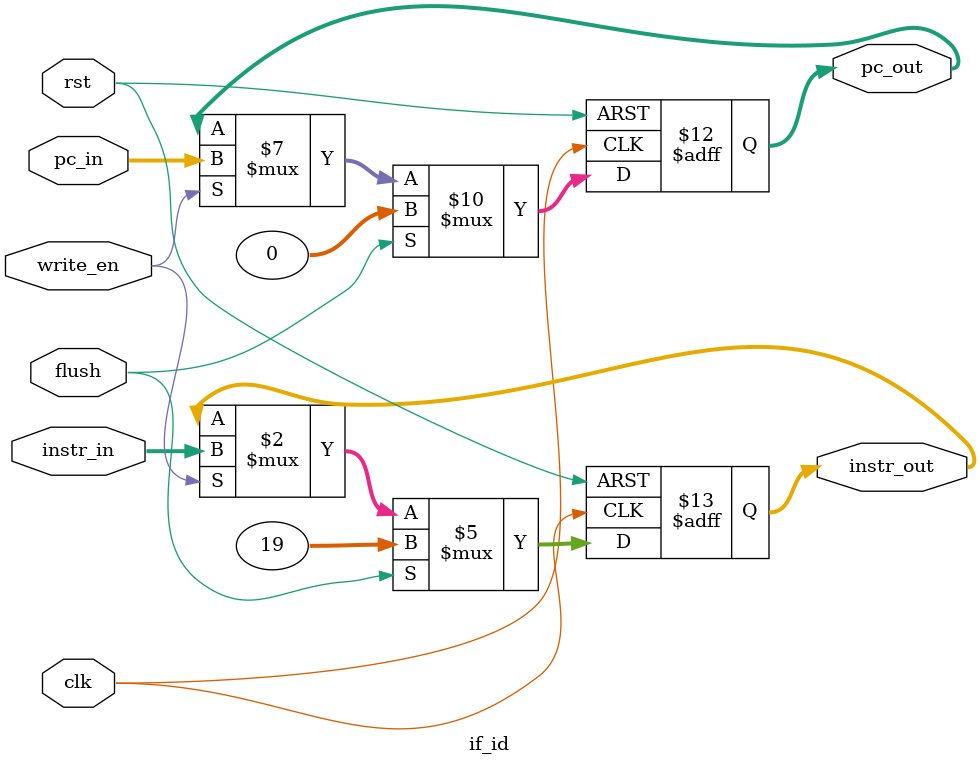
<source format=sv>
module if_id(
    input  logic        clk, rst,
    input  logic        write_en,   // 0=hold
    input  logic        flush,      // 1=bubble/NOP
    input  logic [31:0] pc_in,
    input  logic [31:0] instr_in,
    output logic [31:0] pc_out,
    output logic [31:0] instr_out
);
    always_ff @(posedge clk or posedge rst) begin
        if (rst) begin
            pc_out   <= 32'h0;
            instr_out<= 32'h00000013; // NOP=ADDI x0,x0,0
        end else if (flush) begin
            pc_out   <= 32'h0;
            instr_out<= 32'h00000013;
        end else if (write_en) begin
            pc_out   <= pc_in;
            instr_out<= instr_in;
        end
    end
endmodule


</source>
